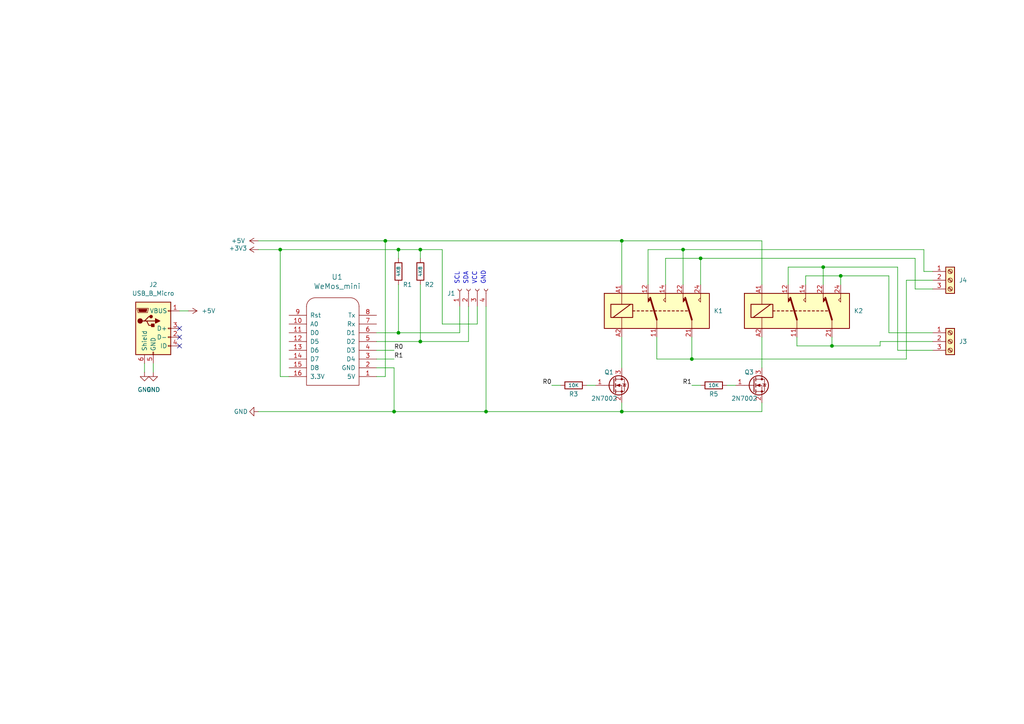
<source format=kicad_sch>
(kicad_sch (version 20230121) (generator eeschema)
  (paper "A4")
  (lib_symbols
    (symbol "Connector:Conn_01x04_Socket" (pin_names (offset 1.016) hide)
      (property "Reference" "J" (at 0 5.08 0))
      (property "Value" "Conn_01x04_Socket" (at 0 -7.62 0))
      (symbol "Conn_01x04_Socket_1_1"
        (arc (start 0 -4.572) (mid -0.5058 -5.08) (end 0 -5.588) (stroke (width 0.1524)))
        (arc (start 0 -2.032) (mid -0.5058 -2.54) (end 0 -3.048) (stroke (width 0.1524)))
        (polyline (pts (xy -1.27 -5.08) (xy -0.508 -5.08)) (stroke (width 0.1524)))
        (polyline (pts (xy -1.27 -2.54) (xy -0.508 -2.54)) (stroke (width 0.1524)))
        (polyline (pts (xy -1.27 0) (xy -0.508 0)) (stroke (width 0.1524)))
        (polyline (pts (xy -1.27 2.54) (xy -0.508 2.54)) (stroke (width 0.1524)))
        (arc (start 0 0.508) (mid -0.5058 0) (end 0 -0.508) (stroke (width 0.1524)))
        (arc (start 0 3.048) (mid -0.5058 2.54) (end 0 2.032) (stroke (width 0.1524)))
        (pin passive line (at -5.08 2.54 0) (length 3.81) (name "Pin_1") (number "1"))
        (pin passive line (at -5.08 0 0) (length 3.81) (name "Pin_2") (number "2"))
        (pin passive line (at -5.08 -2.54 0) (length 3.81) (name "Pin_3") (number "3"))
        (pin passive line (at -5.08 -5.08 0) (length 3.81) (name "Pin_4") (number "4"))
      )
    )
    (symbol "Connector:Screw_Terminal_01x03" (pin_names (offset 1.016) hide)
      (property "Reference" "J" (at 0 5.08 0))
      (property "Value" "Screw_Terminal_01x03" (at 0 -5.08 0))
      (symbol "Screw_Terminal_01x03_1_1"
        (rectangle (start -1.27 3.81) (end 1.27 -3.81) (stroke (width 0.254)) (fill (type background)))
        (circle (center 0 -2.54) (radius 0.635) (stroke (width 0.1524)))
        (polyline (pts (xy -0.5334 -2.2098) (xy 0.3302 -3.048)) (stroke (width 0.1524)))
        (polyline (pts (xy -0.5334 0.3302) (xy 0.3302 -0.508)) (stroke (width 0.1524)))
        (polyline (pts (xy -0.5334 2.8702) (xy 0.3302 2.032)) (stroke (width 0.1524)))
        (polyline (pts (xy -0.3556 -2.032) (xy 0.508 -2.8702)) (stroke (width 0.1524)))
        (polyline (pts (xy -0.3556 0.508) (xy 0.508 -0.3302)) (stroke (width 0.1524)))
        (polyline (pts (xy -0.3556 3.048) (xy 0.508 2.2098)) (stroke (width 0.1524)))
        (circle (center 0 0) (radius 0.635) (stroke (width 0.1524)))
        (circle (center 0 2.54) (radius 0.635) (stroke (width 0.1524)))
        (pin passive line (at -5.08 2.54 0) (length 3.81) (name "Pin_1") (number "1"))
        (pin passive line (at -5.08 0 0) (length 3.81) (name "Pin_2") (number "2"))
        (pin passive line (at -5.08 -2.54 0) (length 3.81) (name "Pin_3") (number "3"))
      )
    )
    (symbol "Connector:USB_B_Micro" (pin_names (offset 1.016))
      (property "Reference" "J" (at -5.08 11.43 0))
      (property "Value" "USB_B_Micro" (at -5.08 8.89 0))
      (symbol "USB_B_Micro_0_1"
        (rectangle (start -5.08 -7.62) (end 5.08 7.62) (stroke (width 0.254)) (fill (type background)))
        (circle (center -3.81 2.159) (radius 0.635) (stroke (width 0.254)) (fill (type outline)))
        (circle (center -0.635 3.429) (radius 0.381) (stroke (width 0.254)) (fill (type outline)))
        (rectangle (start -0.127 -7.62) (end 0.127 -6.858))
        (polyline (pts (xy -1.905 2.159) (xy 0.635 2.159)) (stroke (width 0.254)))
        (polyline (pts (xy -3.175 2.159) (xy -2.54 2.159) (xy -1.27 3.429) (xy -0.635 3.429)) (stroke (width 0.254)))
        (polyline (pts (xy -2.54 2.159) (xy -1.905 2.159) (xy -1.27 0.889) (xy 0 0.889)) (stroke (width 0.254)))
        (polyline (pts (xy 0.635 2.794) (xy 0.635 1.524) (xy 1.905 2.159) (xy 0.635 2.794)) (stroke (width 0.254)) (fill (type outline)))
        (polyline (pts (xy -4.318 5.588) (xy -1.778 5.588) (xy -2.032 4.826) (xy -4.064 4.826) (xy -4.318 5.588)) (fill (type outline)))
        (polyline (pts (xy -4.699 5.842) (xy -4.699 5.588) (xy -4.445 4.826) (xy -4.445 4.572) (xy -1.651 4.572) (xy -1.651 4.826) (xy -1.397 5.588) (xy -1.397 5.842) (xy -4.699 5.842)))
        (rectangle (start 0.254 1.27) (end -0.508 0.508) (stroke (width 0.254)) (fill (type outline)))
        (rectangle (start 5.08 -5.207) (end 4.318 -4.953))
        (rectangle (start 5.08 -2.667) (end 4.318 -2.413))
        (rectangle (start 5.08 -0.127) (end 4.318 0.127))
        (rectangle (start 5.08 4.953) (end 4.318 5.207))
      )
      (symbol "USB_B_Micro_1_1"
        (pin power_out line (at 7.62 5.08 180) (length 2.54) (name "VBUS") (number "1"))
        (pin bidirectional line (at 7.62 -2.54 180) (length 2.54) (name "D-") (number "2"))
        (pin bidirectional line (at 7.62 0 180) (length 2.54) (name "D+") (number "3"))
        (pin passive line (at 7.62 -5.08 180) (length 2.54) (name "ID") (number "4"))
        (pin power_out line (at 0 -10.16 90) (length 2.54) (name "GND") (number "5"))
        (pin passive line (at -2.54 -10.16 90) (length 2.54) (name "Shield") (number "6"))
      )
    )
    (symbol "Device:R" (pin_numbers hide) (pin_names (offset 0))
      (property "Reference" "R" (at 2.032 0 90))
      (property "Value" "R" (at 0 0 90))
      (symbol "R_0_1"
        (rectangle (start -1.016 -2.54) (end 1.016 2.54) (stroke (width 0.254)))
      )
      (symbol "R_1_1"
        (pin passive line (at 0 3.81 270) (length 1.27) (name "~") (number "1"))
        (pin passive line (at 0 -3.81 90) (length 1.27) (name "~") (number "2"))
      )
    )
    (symbol "Relay:Relay_DPDT"
      (property "Reference" "K" (at 16.51 3.81 0))
      (property "Value" "Relay_DPDT" (at 16.51 1.27 0))
      (symbol "Relay_DPDT_0_1"
        (rectangle (start -15.24 5.08) (end 15.24 -5.08) (stroke (width 0.254)) (fill (type background)))
        (rectangle (start -13.335 1.905) (end -6.985 -1.905) (stroke (width 0.254)))
        (polyline (pts (xy -12.7 -1.905) (xy -7.62 1.905)) (stroke (width 0.254)))
        (polyline (pts (xy -10.16 -5.08) (xy -10.16 -1.905)))
        (polyline (pts (xy -10.16 5.08) (xy -10.16 1.905)))
        (polyline (pts (xy -6.985 0) (xy -6.35 0)) (stroke (width 0.254)))
        (polyline (pts (xy -5.715 0) (xy -5.08 0)) (stroke (width 0.254)))
        (polyline (pts (xy -4.445 0) (xy -3.81 0)) (stroke (width 0.254)))
        (polyline (pts (xy -3.175 0) (xy -2.54 0)) (stroke (width 0.254)))
        (polyline (pts (xy -1.905 0) (xy -1.27 0)) (stroke (width 0.254)))
        (polyline (pts (xy -0.635 0) (xy 0 0)) (stroke (width 0.254)))
        (polyline (pts (xy 0 -2.54) (xy -1.905 3.81)) (stroke (width 0.508)))
        (polyline (pts (xy 0 -2.54) (xy 0 -5.08)))
        (polyline (pts (xy 0.635 0) (xy 1.27 0)) (stroke (width 0.254)))
        (polyline (pts (xy 1.905 0) (xy 2.54 0)) (stroke (width 0.254)))
        (polyline (pts (xy 3.175 0) (xy 3.81 0)) (stroke (width 0.254)))
        (polyline (pts (xy 4.445 0) (xy 5.08 0)) (stroke (width 0.254)))
        (polyline (pts (xy 5.715 0) (xy 6.35 0)) (stroke (width 0.254)))
        (polyline (pts (xy 6.985 0) (xy 7.62 0)) (stroke (width 0.254)))
        (polyline (pts (xy 8.255 0) (xy 8.89 0)) (stroke (width 0.254)))
        (polyline (pts (xy 10.16 -2.54) (xy 8.255 3.81)) (stroke (width 0.508)))
        (polyline (pts (xy 10.16 -2.54) (xy 10.16 -5.08)))
        (polyline (pts (xy -2.54 5.08) (xy -2.54 2.54) (xy -1.905 3.175) (xy -2.54 3.81)) (fill (type outline)))
        (polyline (pts (xy 2.54 5.08) (xy 2.54 2.54) (xy 1.905 3.175) (xy 2.54 3.81)))
        (polyline (pts (xy 7.62 5.08) (xy 7.62 2.54) (xy 8.255 3.175) (xy 7.62 3.81)) (fill (type outline)))
        (polyline (pts (xy 12.7 5.08) (xy 12.7 2.54) (xy 12.065 3.175) (xy 12.7 3.81)))
      )
      (symbol "Relay_DPDT_1_1"
        (pin passive line (at 0 -7.62 90) (length 2.54) (name "~") (number "11"))
        (pin passive line (at -2.54 7.62 270) (length 2.54) (name "~") (number "12"))
        (pin passive line (at 2.54 7.62 270) (length 2.54) (name "~") (number "14"))
        (pin passive line (at 10.16 -7.62 90) (length 2.54) (name "~") (number "21"))
        (pin passive line (at 7.62 7.62 270) (length 2.54) (name "~") (number "22"))
        (pin passive line (at 12.7 7.62 270) (length 2.54) (name "~") (number "24"))
        (pin passive line (at -10.16 7.62 270) (length 2.54) (name "~") (number "A1"))
        (pin passive line (at -10.16 -7.62 90) (length 2.54) (name "~") (number "A2"))
      )
    )
    (symbol "Transistor_FET:2N7002" (pin_names hide)
      (property "Reference" "Q" (at 5.08 1.905 0))
      (property "Value" "2N7002" (at 5.08 0 0))
      (symbol "2N7002_0_1"
        (polyline (pts (xy 0.254 0) (xy -2.54 0)))
        (polyline (pts (xy 0.254 1.905) (xy 0.254 -1.905)) (stroke (width 0.254)))
        (polyline (pts (xy 0.762 -1.27) (xy 0.762 -2.286)) (stroke (width 0.254)))
        (polyline (pts (xy 0.762 0.508) (xy 0.762 -0.508)) (stroke (width 0.254)))
        (polyline (pts (xy 0.762 2.286) (xy 0.762 1.27)) (stroke (width 0.254)))
        (polyline (pts (xy 2.54 2.54) (xy 2.54 1.778)))
        (polyline (pts (xy 2.54 -2.54) (xy 2.54 0) (xy 0.762 0)))
        (polyline (pts (xy 0.762 -1.778) (xy 3.302 -1.778) (xy 3.302 1.778) (xy 0.762 1.778)))
        (polyline (pts (xy 1.016 0) (xy 2.032 0.381) (xy 2.032 -0.381) (xy 1.016 0)) (fill (type outline)))
        (polyline (pts (xy 2.794 0.508) (xy 2.921 0.381) (xy 3.683 0.381) (xy 3.81 0.254)))
        (polyline (pts (xy 3.302 0.381) (xy 2.921 -0.254) (xy 3.683 -0.254) (xy 3.302 0.381)))
        (circle (center 1.651 0) (radius 2.794) (stroke (width 0.254)))
        (circle (center 2.54 -1.778) (radius 0.254) (fill (type outline)))
        (circle (center 2.54 1.778) (radius 0.254) (fill (type outline)))
      )
      (symbol "2N7002_1_1"
        (pin input line (at -5.08 0 0) (length 2.54) (name "G") (number "1"))
        (pin passive line (at 2.54 -5.08 90) (length 2.54) (name "S") (number "2"))
        (pin passive line (at 2.54 5.08 270) (length 2.54) (name "D") (number "3"))
      )
    )
    (symbol "berker-sensor-rescue:WeMos_mini-wemos-mini" (pin_names (offset 1.016))
      (property "Reference" "U" (at -1.27 -16.51 0))
      (property "Value" "wemos-mini_WeMos_mini" (at -1.27 7.62 0))
      (symbol "WeMos_mini-wemos-mini_0_1"
        (arc (start -6.35 10.16) (mid -8.1297 9.4071) (end -8.89 7.62))
        (polyline (pts (xy -6.35 10.16) (xy 3.81 10.16)))
        (polyline (pts (xy -8.89 7.62) (xy -8.89 -15.24) (xy 6.35 -15.24) (xy 6.35 7.62)))
        (arc (start 6.35 7.62) (mid 5.6077 9.4249) (end 3.81 10.16))
      )
      (symbol "WeMos_mini-wemos-mini_1_1"
        (pin power_in line (at 11.43 -12.7 180) (length 5.08) (name "5V") (number "1"))
        (pin bidirectional line (at -13.97 2.54 0) (length 5.08) (name "A0") (number "10"))
        (pin bidirectional line (at -13.97 0 0) (length 5.08) (name "D0") (number "11"))
        (pin bidirectional line (at -13.97 -2.54 0) (length 5.08) (name "D5") (number "12"))
        (pin bidirectional line (at -13.97 -5.08 0) (length 5.08) (name "D6") (number "13"))
        (pin bidirectional line (at -13.97 -7.62 0) (length 5.08) (name "D7") (number "14"))
        (pin bidirectional line (at -13.97 -10.16 0) (length 5.08) (name "D8") (number "15"))
        (pin power_in line (at -13.97 -12.7 0) (length 5.08) (name "3.3V") (number "16"))
        (pin power_in line (at 11.43 -10.16 180) (length 5.08) (name "GND") (number "2"))
        (pin bidirectional line (at 11.43 -7.62 180) (length 5.08) (name "D4") (number "3"))
        (pin bidirectional line (at 11.43 -5.08 180) (length 5.08) (name "D3") (number "4"))
        (pin bidirectional line (at 11.43 -2.54 180) (length 5.08) (name "D2") (number "5"))
        (pin bidirectional line (at 11.43 0 180) (length 5.08) (name "D1") (number "6"))
        (pin bidirectional line (at 11.43 2.54 180) (length 5.08) (name "Rx") (number "7"))
        (pin bidirectional line (at 11.43 5.08 180) (length 5.08) (name "Tx") (number "8"))
        (pin bidirectional line (at -13.97 5.08 0) (length 5.08) (name "Rst") (number "9"))
      )
    )
    (symbol "power:+3V3" (power) (pin_names (offset 0))
      (property "Value" "+3V3" (at 0 3.556 0))
      (symbol "+3V3_0_1"
        (polyline (pts (xy -0.762 1.27) (xy 0 2.54)))
        (polyline (pts (xy 0 0) (xy 0 2.54)))
        (polyline (pts (xy 0 2.54) (xy 0.762 1.27)))
      )
      (symbol "+3V3_1_1"
        (pin power_in line (at 0 0 90) (length 0) hide (name "+3V3") (number "1"))
      )
    )
    (symbol "power:+5V" (power) (pin_names (offset 0))
      (property "Value" "+5V" (at 0 3.556 0))
      (symbol "+5V_0_1"
        (polyline (pts (xy -0.762 1.27) (xy 0 2.54)))
        (polyline (pts (xy 0 0) (xy 0 2.54)))
        (polyline (pts (xy 0 2.54) (xy 0.762 1.27)))
      )
      (symbol "+5V_1_1"
        (pin power_in line (at 0 0 90) (length 0) hide (name "+5V") (number "1"))
      )
    )
    (symbol "power:GND" (power) (pin_names (offset 0))
      (property "Value" "GND" (at 0 -3.81 0))
      (symbol "GND_0_1"
        (polyline (pts (xy 0 0) (xy 0 -1.27) (xy 1.27 -1.27) (xy 0 -2.54) (xy -1.27 -1.27) (xy 0 -1.27)))
      )
      (symbol "GND_1_1"
        (pin power_in line (at 0 0 270) (length 0) hide (name "GND") (number "1"))
      )
    )
  )
  (junction (at 200.66 104.14))
  (junction (at 81.28 72.39))
  (junction (at 238.76 77.47))
  (junction (at 180.34 119.38))
  (junction (at 203.2 74.93))
  (junction (at 241.3 100.33))
  (junction (at 115.57 72.39))
  (junction (at 140.97 119.38))
  (junction (at 114.3 119.38))
  (junction (at 180.34 69.85))
  (junction (at 198.12 72.39))
  (junction (at 111.76 69.85))
  (junction (at 121.92 72.39))
  (junction (at 121.92 99.06))
  (junction (at 115.57 96.52))
  (junction (at 243.84 80.01))
  (no_connect (at 52.07 100.33))
  (no_connect (at 52.07 95.25))
  (no_connect (at 52.07 97.79))
  (wire (pts (xy 190.5 97.79) (xy 190.5 104.14)))
  (wire (pts (xy 180.34 116.84) (xy 180.34 119.38)))
  (wire (pts (xy 200.66 97.79) (xy 200.66 104.14)))
  (wire (pts (xy 83.82 109.22) (xy 81.28 109.22)))
  (wire (pts (xy 193.04 74.93) (xy 203.2 74.93)))
  (wire (pts (xy 115.57 72.39) (xy 115.57 74.93)))
  (wire (pts (xy 187.96 82.55) (xy 187.96 72.39)))
  (wire (pts (xy 115.57 82.55) (xy 115.57 96.52)))
  (wire (pts (xy 233.68 82.55) (xy 233.68 80.01)))
  (wire (pts (xy 265.43 83.82) (xy 270.51 83.82)))
  (wire (pts (xy 203.2 74.93) (xy 203.2 82.55)))
  (wire (pts (xy 180.34 97.79) (xy 180.34 106.68)))
  (wire (pts (xy 257.81 80.01) (xy 257.81 96.52)))
  (wire (pts (xy 111.76 69.85) (xy 180.34 69.85)))
  (wire (pts (xy 243.84 80.01) (xy 243.84 82.55)))
  (wire (pts (xy 81.28 72.39) (xy 115.57 72.39)))
  (wire (pts (xy 200.66 111.76) (xy 203.2 111.76)))
  (wire (pts (xy 115.57 72.39) (xy 121.92 72.39)))
  (wire (pts (xy 267.97 78.74) (xy 270.51 78.74)))
  (wire (pts (xy 140.97 119.38) (xy 180.34 119.38)))
  (wire (pts (xy 133.35 88.9) (xy 133.35 96.52)))
  (wire (pts (xy 255.27 99.06) (xy 255.27 100.33)))
  (wire (pts (xy 228.6 82.55) (xy 228.6 77.47)))
  (wire (pts (xy 170.18 111.76) (xy 172.72 111.76)))
  (wire (pts (xy 238.76 77.47) (xy 238.76 82.55)))
  (wire (pts (xy 121.92 72.39) (xy 128.27 72.39)))
  (wire (pts (xy 231.14 100.33) (xy 241.3 100.33)))
  (wire (pts (xy 41.91 105.41) (xy 41.91 107.95)))
  (wire (pts (xy 228.6 77.47) (xy 238.76 77.47)))
  (wire (pts (xy 241.3 100.33) (xy 241.3 97.79)))
  (wire (pts (xy 111.76 69.85) (xy 111.76 109.22)))
  (wire (pts (xy 210.82 111.76) (xy 213.36 111.76)))
  (wire (pts (xy 135.89 88.9) (xy 135.89 99.06)))
  (wire (pts (xy 138.43 88.9) (xy 138.43 93.98)))
  (wire (pts (xy 255.27 100.33) (xy 241.3 100.33)))
  (wire (pts (xy 140.97 88.9) (xy 140.97 119.38)))
  (wire (pts (xy 74.93 119.38) (xy 114.3 119.38)))
  (wire (pts (xy 44.45 105.41) (xy 44.45 107.95)))
  (wire (pts (xy 243.84 80.01) (xy 257.81 80.01)))
  (wire (pts (xy 203.2 74.93) (xy 265.43 74.93)))
  (wire (pts (xy 187.96 72.39) (xy 198.12 72.39)))
  (wire (pts (xy 233.68 80.01) (xy 243.84 80.01)))
  (wire (pts (xy 198.12 72.39) (xy 267.97 72.39)))
  (wire (pts (xy 74.93 72.39) (xy 81.28 72.39)))
  (wire (pts (xy 262.89 81.28) (xy 270.51 81.28)))
  (wire (pts (xy 160.02 111.76) (xy 162.56 111.76)))
  (wire (pts (xy 52.07 90.17) (xy 54.61 90.17)))
  (wire (pts (xy 121.92 99.06) (xy 135.89 99.06)))
  (wire (pts (xy 109.22 96.52) (xy 115.57 96.52)))
  (wire (pts (xy 267.97 72.39) (xy 267.97 78.74)))
  (wire (pts (xy 265.43 74.93) (xy 265.43 83.82)))
  (wire (pts (xy 193.04 82.55) (xy 193.04 74.93)))
  (wire (pts (xy 74.93 69.85) (xy 111.76 69.85)))
  (wire (pts (xy 109.22 106.68) (xy 114.3 106.68)))
  (wire (pts (xy 231.14 97.79) (xy 231.14 100.33)))
  (wire (pts (xy 109.22 109.22) (xy 111.76 109.22)))
  (wire (pts (xy 220.98 116.84) (xy 220.98 119.38)))
  (wire (pts (xy 262.89 104.14) (xy 262.89 81.28)))
  (wire (pts (xy 121.92 82.55) (xy 121.92 99.06)))
  (wire (pts (xy 260.35 101.6) (xy 270.51 101.6)))
  (wire (pts (xy 128.27 93.98) (xy 128.27 72.39)))
  (wire (pts (xy 115.57 96.52) (xy 133.35 96.52)))
  (wire (pts (xy 257.81 96.52) (xy 270.51 96.52)))
  (wire (pts (xy 121.92 72.39) (xy 121.92 74.93)))
  (wire (pts (xy 238.76 77.47) (xy 260.35 77.47)))
  (wire (pts (xy 180.34 69.85) (xy 220.98 69.85)))
  (wire (pts (xy 114.3 119.38) (xy 140.97 119.38)))
  (wire (pts (xy 128.27 93.98) (xy 138.43 93.98)))
  (wire (pts (xy 198.12 72.39) (xy 198.12 82.55)))
  (wire (pts (xy 220.98 69.85) (xy 220.98 82.55)))
  (wire (pts (xy 270.51 99.06) (xy 255.27 99.06)))
  (wire (pts (xy 220.98 97.79) (xy 220.98 106.68)))
  (wire (pts (xy 190.5 104.14) (xy 200.66 104.14)))
  (wire (pts (xy 109.22 101.6) (xy 114.3 101.6)))
  (wire (pts (xy 109.22 99.06) (xy 121.92 99.06)))
  (wire (pts (xy 109.22 104.14) (xy 114.3 104.14)))
  (wire (pts (xy 114.3 106.68) (xy 114.3 119.38)))
  (wire (pts (xy 260.35 77.47) (xy 260.35 101.6)))
  (wire (pts (xy 180.34 69.85) (xy 180.34 82.55)))
  (wire (pts (xy 200.66 104.14) (xy 262.89 104.14)))
  (wire (pts (xy 180.34 119.38) (xy 220.98 119.38)))
  (wire (pts (xy 81.28 72.39) (xy 81.28 109.22)))
  (text "SCL" (at 133.35 82.55 90) (effects (font (size 1.27 1.27)) (justify left bottom)))
  (text "GND" (at 140.97 82.55 90) (effects (font (size 1.27 1.27)) (justify left bottom)))
  (text "VCC" (at 138.43 82.55 90) (effects (font (size 1.27 1.27)) (justify left bottom)))
  (text "SDA" (at 135.89 82.55 90) (effects (font (size 1.27 1.27)) (justify left bottom)))
  (label "R0" (at 114.3 101.6 0))
  (label "R0" (at 160.02 111.76 180))
  (label "R1" (at 200.66 111.76 180))
  (label "R1" (at 114.3 104.14 0))
  (symbol (lib_id "berker-sensor-rescue:WeMos_mini-wemos-mini") (at 97.79 96.52 0) (unit 1)
    (property "Reference" "U1" (at 97.79 80.3402 0) (effects (font (size 1.524 1.524))))
    (property "Value" "WeMos_mini" (at 97.79 83.0326 0) (effects (font (size 1.524 1.524))))
    (property "Footprint" "wemos_d1_mini:WEMOS_D1" (effects hide))
  )
  (symbol (lib_id "power:GND") (at 74.93 119.38 270) (unit 1)
    (property "Reference" "#PWR01" (effects hide))
    (property "Value" "GND" (at 69.85 119.38 90))
  )
  (symbol (lib_id "power:+3V3") (at 74.93 72.39 90) (unit 1)
    (property "Reference" "#PWR03" (effects hide))
    (property "Value" "+3V3" (at 71.6788 72.009 90) (effects (justify left)))
  )
  (symbol (lib_id "Relay:Relay_DPDT") (at 190.5 90.17 0) (unit 1)
    (property "Reference" "K1" (at 207.01 90.17 0) (effects (justify left)))
    (property "Value" "Relay_DPDT" (effects hide))
    (property "Footprint" "pdjr:RS_SUBMINIATURE_SIGNAL_RELAY" (effects hide))
  )
  (symbol (lib_id "Connector:Screw_Terminal_01x03") (at 275.59 99.06 0) (unit 1)
    (property "Reference" "J3" (at 278.13 99.06 0) (effects (justify left)))
    (property "Value" "Screw_Terminal_01x03" (effects hide))
    (property "Footprint" "pdjr:RS_1731204_2.54x3_SCREW_TERMINAL" (effects hide))
  )
  (symbol (lib_id "Transistor_FET:2N7002") (at 177.8 111.76 0) (unit 1)
    (property "Reference" "Q1" (at 175.26 107.95 0) (effects (justify left)))
    (property "Value" "2N7002" (at 171.45 115.57 0) (effects (justify left)))
    (property "Footprint" "Package_TO_SOT_SMD:SOT-23" (effects hide))
    (property "Datasheet" "https://www.onsemi.com/pub/Collateral/NDS7002A-D.PDF" (effects hide))
  )
  (symbol (lib_id "Connector:USB_B_Micro") (at 44.45 95.25 0) (unit 1)
    (property "Reference" "J2" (at 44.45 82.55 0))
    (property "Value" "USB_B_Micro" (at 44.45 85.09 0))
    (property "Footprint" "Connector_USB:USB_Micro-B_Wuerth_614105150721_Vertical" (effects hide))
  )
  (symbol (lib_id "Relay:Relay_DPDT") (at 231.14 90.17 0) (unit 1)
    (property "Reference" "K2" (at 247.65 90.17 0) (effects (justify left)))
    (property "Value" "Relay_DPDT" (effects hide))
    (property "Footprint" "pdjr:RS_SUBMINIATURE_SIGNAL_RELAY" (effects hide))
  )
  (symbol (lib_id "Connector:Conn_01x04_Socket") (at 135.89 83.82 90) (unit 1)
    (property "Reference" "J1" (at 132.08 85.09 90) (effects (justify left)))
    (property "Value" "Conn_01x04_Socket" (effects hide))
    (property "Footprint" "Connector_JST:JST_GH_SM04B-GHS-TB_1x04-1MP_P1.25mm_Horizontal" (effects hide))
  )
  (symbol (lib_id "Device:R") (at 166.37 111.76 270) (unit 1)
    (property "Reference" "R3" (at 166.37 114.3 90))
    (property "Value" "10K" (at 166.37 111.76 90) (effects (font (size 1 1))))
    (property "Footprint" "Resistor_SMD:R_0805_2012Metric" (effects hide))
  )
  (symbol (lib_id "Device:R") (at 207.01 111.76 270) (unit 1)
    (property "Reference" "R5" (at 207.01 114.3 90))
    (property "Value" "10K" (at 207.01 111.76 90) (effects (font (size 1 1))))
    (property "Footprint" "Resistor_SMD:R_0805_2012Metric" (effects hide))
  )
  (symbol (lib_id "power:GND") (at 44.45 107.95 0) (unit 1)
    (property "Reference" "#PWR06" (effects hide))
    (property "Value" "GND" (at 44.45 113.03 0))
  )
  (symbol (lib_id "Device:R") (at 115.57 78.74 0) (unit 1)
    (property "Reference" "R1" (at 116.84 82.55 0) (effects (justify left)))
    (property "Value" "4K8" (at 115.57 78.74 90) (effects (font (size 1 1))))
    (property "Footprint" "Resistor_SMD:R_0805_2012Metric" (effects hide))
  )
  (symbol (lib_id "power:+5V") (at 54.61 90.17 270) (unit 1)
    (property "Reference" "#PWR07" (effects hide))
    (property "Value" "+5V" (at 58.42 90.17 90) (effects (justify left)))
  )
  (symbol (lib_id "Transistor_FET:2N7002") (at 218.44 111.76 0) (unit 1)
    (property "Reference" "Q3" (at 215.9 107.95 0) (effects (justify left)))
    (property "Value" "2N7002" (at 212.09 115.57 0) (effects (justify left)))
    (property "Footprint" "Package_TO_SOT_SMD:SOT-23" (effects hide))
    (property "Datasheet" "https://www.onsemi.com/pub/Collateral/NDS7002A-D.PDF" (effects hide))
  )
  (symbol (lib_id "Connector:Screw_Terminal_01x03") (at 275.59 81.28 0) (unit 1)
    (property "Reference" "J4" (at 278.13 81.28 0) (effects (justify left)))
    (property "Value" "Screw_Terminal_01x03" (effects hide))
    (property "Footprint" "pdjr:RS_1731204_2.54x3_SCREW_TERMINAL" (effects hide))
  )
  (symbol (lib_id "power:GND") (at 41.91 107.95 0) (unit 1)
    (property "Reference" "#PWR05" (effects hide))
    (property "Value" "GND" (at 41.91 113.03 0))
  )
  (symbol (lib_id "Device:R") (at 121.92 78.74 0) (unit 1)
    (property "Reference" "R2" (at 123.19 82.55 0) (effects (justify left)))
    (property "Value" "4K8" (at 121.92 78.74 90) (effects (font (size 1 1))))
    (property "Footprint" "Resistor_SMD:R_0805_2012Metric" (effects hide))
  )
  (symbol (lib_id "power:+5V") (at 74.93 69.85 90) (unit 1)
    (property "Reference" "#PWR04" (effects hide))
    (property "Value" "+5V" (at 71.12 69.85 90) (effects (justify left)))
  )
)
</source>
